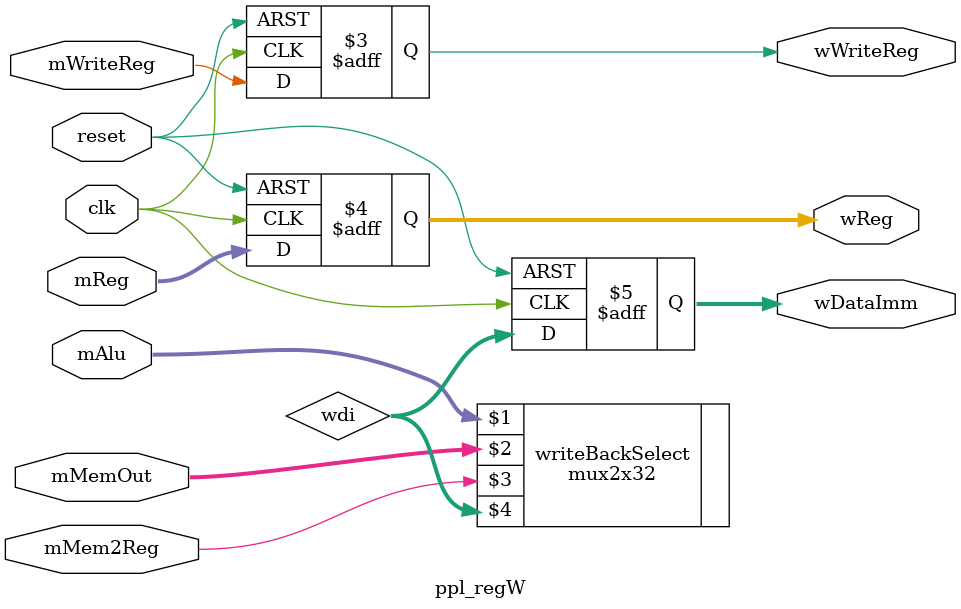
<source format=v>
module ppl_regW (clk, reset,
                mWriteReg, mMem2Reg, mAlu, mMemOut, mReg,
                wWriteReg, wDataImm, wReg);
    input           clk, reset;

    input           mWriteReg, mMem2Reg;
    input   [4:0]   mReg;
    input   [31:0]  mAlu, mMemOut;

    output          wWriteReg;
    reg             wWriteReg;
    output  [4:0]   wReg;
    reg     [4:0]   wReg;
    output  [31:0]  wDataImm;
    reg     [31:0]  wDataImm;

    wire    [31:0]  wdi;
    mux2x32 writeBackSelect (mAlu, mMemOut, mMem2Reg, wdi);

    always @ (posedge clk or negedge reset) begin
        if (reset == 0) begin
            wWriteReg <= 0;
            wDataImm <= 0;
            wReg <= 0;
        end else begin
            wWriteReg <= mWriteReg;
            wDataImm <= wdi;
            wReg <= mReg;
        end
    end
endmodule // ppl_regW

</source>
